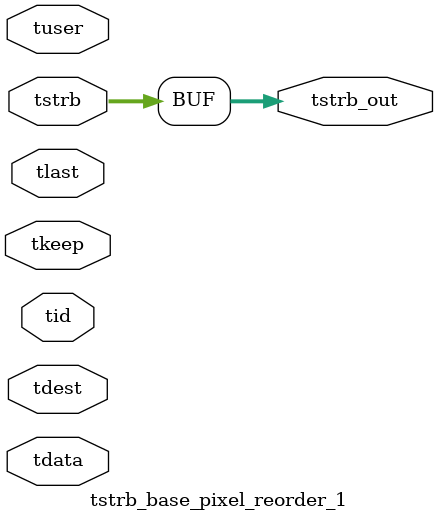
<source format=v>


`timescale 1ps/1ps

module tstrb_base_pixel_reorder_1 #
(
parameter C_S_AXIS_TDATA_WIDTH = 32,
parameter C_S_AXIS_TUSER_WIDTH = 0,
parameter C_S_AXIS_TID_WIDTH   = 0,
parameter C_S_AXIS_TDEST_WIDTH = 0,
parameter C_M_AXIS_TDATA_WIDTH = 32
)
(
input  [(C_S_AXIS_TDATA_WIDTH == 0 ? 1 : C_S_AXIS_TDATA_WIDTH)-1:0     ] tdata,
input  [(C_S_AXIS_TUSER_WIDTH == 0 ? 1 : C_S_AXIS_TUSER_WIDTH)-1:0     ] tuser,
input  [(C_S_AXIS_TID_WIDTH   == 0 ? 1 : C_S_AXIS_TID_WIDTH)-1:0       ] tid,
input  [(C_S_AXIS_TDEST_WIDTH == 0 ? 1 : C_S_AXIS_TDEST_WIDTH)-1:0     ] tdest,
input  [(C_S_AXIS_TDATA_WIDTH/8)-1:0 ] tkeep,
input  [(C_S_AXIS_TDATA_WIDTH/8)-1:0 ] tstrb,
input                                                                    tlast,
output [(C_M_AXIS_TDATA_WIDTH/8)-1:0 ] tstrb_out
);

assign tstrb_out = {tstrb[5:0]};

endmodule


</source>
